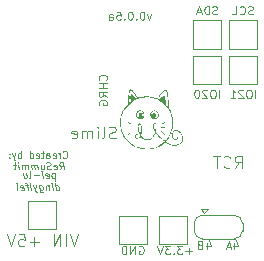
<source format=gbo>
G04 #@! TF.GenerationSoftware,KiCad,Pcbnew,8.0.5-8.0.5-0~ubuntu22.04.1*
G04 #@! TF.CreationDate,2024-10-23T16:58:33-07:00*
G04 #@! TF.ProjectId,uSlime,75536c69-6d65-42e6-9b69-6361645f7063,rev?*
G04 #@! TF.SameCoordinates,Original*
G04 #@! TF.FileFunction,Legend,Bot*
G04 #@! TF.FilePolarity,Positive*
%FSLAX46Y46*%
G04 Gerber Fmt 4.6, Leading zero omitted, Abs format (unit mm)*
G04 Created by KiCad (PCBNEW 8.0.5-8.0.5-0~ubuntu22.04.1) date 2024-10-23 16:58:33*
%MOMM*%
%LPD*%
G01*
G04 APERTURE LIST*
G04 Aperture macros list*
%AMFreePoly0*
4,1,19,0.550000,-0.750000,0.000000,-0.750000,0.000000,-0.744911,-0.071157,-0.744911,-0.207708,-0.704816,-0.327430,-0.627875,-0.420627,-0.520320,-0.479746,-0.390866,-0.500000,-0.250000,-0.500000,0.250000,-0.479746,0.390866,-0.420627,0.520320,-0.327430,0.627875,-0.207708,0.704816,-0.071157,0.744911,0.000000,0.744911,0.000000,0.750000,0.550000,0.750000,0.550000,-0.750000,0.550000,-0.750000,
$1*%
%AMFreePoly1*
4,1,19,0.000000,0.744911,0.071157,0.744911,0.207708,0.704816,0.327430,0.627875,0.420627,0.520320,0.479746,0.390866,0.500000,0.250000,0.500000,-0.250000,0.479746,-0.390866,0.420627,-0.520320,0.327430,-0.627875,0.207708,-0.704816,0.071157,-0.744911,0.000000,-0.744911,0.000000,-0.750000,-0.550000,-0.750000,-0.550000,0.750000,0.000000,0.750000,0.000000,0.744911,0.000000,0.744911,
$1*%
G04 Aperture macros list end*
%ADD10C,0.100000*%
%ADD11C,0.120000*%
%ADD12C,0.000000*%
%ADD13C,1.200000*%
%ADD14C,0.650000*%
%ADD15O,1.000000X2.100000*%
%ADD16O,1.000000X1.800000*%
%ADD17C,3.100000*%
%ADD18C,0.900000*%
%ADD19C,0.800000*%
%ADD20C,1.000000*%
%ADD21R,2.000000X2.000000*%
%ADD22FreePoly0,0.000000*%
%ADD23R,1.000000X1.500000*%
%ADD24FreePoly1,0.000000*%
G04 APERTURE END LIST*
D10*
X107303570Y-105973371D02*
X107228570Y-105373371D01*
X107299999Y-105944800D02*
X107360713Y-105973371D01*
X107360713Y-105973371D02*
X107474999Y-105973371D01*
X107474999Y-105973371D02*
X107528570Y-105944800D01*
X107528570Y-105944800D02*
X107553570Y-105916228D01*
X107553570Y-105916228D02*
X107574999Y-105859085D01*
X107574999Y-105859085D02*
X107553570Y-105687657D01*
X107553570Y-105687657D02*
X107517856Y-105630514D01*
X107517856Y-105630514D02*
X107485713Y-105601942D01*
X107485713Y-105601942D02*
X107424999Y-105573371D01*
X107424999Y-105573371D02*
X107310713Y-105573371D01*
X107310713Y-105573371D02*
X107257141Y-105601942D01*
X107017856Y-105973371D02*
X106967856Y-105573371D01*
X106942856Y-105373371D02*
X106974999Y-105401942D01*
X106974999Y-105401942D02*
X106949999Y-105430514D01*
X106949999Y-105430514D02*
X106917856Y-105401942D01*
X106917856Y-105401942D02*
X106942856Y-105373371D01*
X106942856Y-105373371D02*
X106949999Y-105430514D01*
X106682142Y-105573371D02*
X106732142Y-105973371D01*
X106689285Y-105630514D02*
X106657142Y-105601942D01*
X106657142Y-105601942D02*
X106596428Y-105573371D01*
X106596428Y-105573371D02*
X106510713Y-105573371D01*
X106510713Y-105573371D02*
X106457142Y-105601942D01*
X106457142Y-105601942D02*
X106435713Y-105659085D01*
X106435713Y-105659085D02*
X106474999Y-105973371D01*
X105882142Y-105573371D02*
X105942856Y-106059085D01*
X105942856Y-106059085D02*
X105978571Y-106116228D01*
X105978571Y-106116228D02*
X106010713Y-106144800D01*
X106010713Y-106144800D02*
X106071428Y-106173371D01*
X106071428Y-106173371D02*
X106157142Y-106173371D01*
X106157142Y-106173371D02*
X106210713Y-106144800D01*
X105928571Y-105944800D02*
X105989285Y-105973371D01*
X105989285Y-105973371D02*
X106103571Y-105973371D01*
X106103571Y-105973371D02*
X106157142Y-105944800D01*
X106157142Y-105944800D02*
X106182142Y-105916228D01*
X106182142Y-105916228D02*
X106203571Y-105859085D01*
X106203571Y-105859085D02*
X106182142Y-105687657D01*
X106182142Y-105687657D02*
X106146428Y-105630514D01*
X106146428Y-105630514D02*
X106114285Y-105601942D01*
X106114285Y-105601942D02*
X106053571Y-105573371D01*
X106053571Y-105573371D02*
X105939285Y-105573371D01*
X105939285Y-105573371D02*
X105885713Y-105601942D01*
X105653571Y-105573371D02*
X105560714Y-105973371D01*
X105367856Y-105573371D02*
X105560714Y-105973371D01*
X105560714Y-105973371D02*
X105635714Y-106116228D01*
X105635714Y-106116228D02*
X105667856Y-106144800D01*
X105667856Y-106144800D02*
X105728571Y-106173371D01*
X105189285Y-105973371D02*
X105139285Y-105573371D01*
X105114285Y-105373371D02*
X105146428Y-105401942D01*
X105146428Y-105401942D02*
X105121428Y-105430514D01*
X105121428Y-105430514D02*
X105089285Y-105401942D01*
X105089285Y-105401942D02*
X105114285Y-105373371D01*
X105114285Y-105373371D02*
X105121428Y-105430514D01*
X104939285Y-105573371D02*
X104710714Y-105573371D01*
X104903571Y-105973371D02*
X104839285Y-105459085D01*
X104839285Y-105459085D02*
X104803571Y-105401942D01*
X104803571Y-105401942D02*
X104742857Y-105373371D01*
X104742857Y-105373371D02*
X104685714Y-105373371D01*
X104328571Y-105944800D02*
X104389285Y-105973371D01*
X104389285Y-105973371D02*
X104503571Y-105973371D01*
X104503571Y-105973371D02*
X104557142Y-105944800D01*
X104557142Y-105944800D02*
X104578571Y-105887657D01*
X104578571Y-105887657D02*
X104550000Y-105659085D01*
X104550000Y-105659085D02*
X104514285Y-105601942D01*
X104514285Y-105601942D02*
X104453571Y-105573371D01*
X104453571Y-105573371D02*
X104339285Y-105573371D01*
X104339285Y-105573371D02*
X104285714Y-105601942D01*
X104285714Y-105601942D02*
X104264285Y-105659085D01*
X104264285Y-105659085D02*
X104271428Y-105716228D01*
X104271428Y-105716228D02*
X104564285Y-105773371D01*
X104046428Y-105973371D02*
X103996428Y-105573371D01*
X103971428Y-105373371D02*
X104003571Y-105401942D01*
X104003571Y-105401942D02*
X103978571Y-105430514D01*
X103978571Y-105430514D02*
X103946428Y-105401942D01*
X103946428Y-105401942D02*
X103971428Y-105373371D01*
X103971428Y-105373371D02*
X103978571Y-105430514D01*
X124183333Y-98178133D02*
X124183333Y-97478133D01*
X123716667Y-97478133D02*
X123583333Y-97478133D01*
X123583333Y-97478133D02*
X123516667Y-97511466D01*
X123516667Y-97511466D02*
X123450000Y-97578133D01*
X123450000Y-97578133D02*
X123416667Y-97711466D01*
X123416667Y-97711466D02*
X123416667Y-97944800D01*
X123416667Y-97944800D02*
X123450000Y-98078133D01*
X123450000Y-98078133D02*
X123516667Y-98144800D01*
X123516667Y-98144800D02*
X123583333Y-98178133D01*
X123583333Y-98178133D02*
X123716667Y-98178133D01*
X123716667Y-98178133D02*
X123783333Y-98144800D01*
X123783333Y-98144800D02*
X123850000Y-98078133D01*
X123850000Y-98078133D02*
X123883333Y-97944800D01*
X123883333Y-97944800D02*
X123883333Y-97711466D01*
X123883333Y-97711466D02*
X123850000Y-97578133D01*
X123850000Y-97578133D02*
X123783333Y-97511466D01*
X123783333Y-97511466D02*
X123716667Y-97478133D01*
X123150000Y-97544800D02*
X123116667Y-97511466D01*
X123116667Y-97511466D02*
X123050000Y-97478133D01*
X123050000Y-97478133D02*
X122883334Y-97478133D01*
X122883334Y-97478133D02*
X122816667Y-97511466D01*
X122816667Y-97511466D02*
X122783334Y-97544800D01*
X122783334Y-97544800D02*
X122750000Y-97611466D01*
X122750000Y-97611466D02*
X122750000Y-97678133D01*
X122750000Y-97678133D02*
X122783334Y-97778133D01*
X122783334Y-97778133D02*
X123183334Y-98178133D01*
X123183334Y-98178133D02*
X122750000Y-98178133D01*
X122083333Y-98178133D02*
X122483333Y-98178133D01*
X122283333Y-98178133D02*
X122283333Y-97478133D01*
X122283333Y-97478133D02*
X122350000Y-97578133D01*
X122350000Y-97578133D02*
X122416667Y-97644800D01*
X122416667Y-97644800D02*
X122483333Y-97678133D01*
X109149999Y-109742419D02*
X108816666Y-110742419D01*
X108816666Y-110742419D02*
X108483333Y-109742419D01*
X108149999Y-110742419D02*
X108149999Y-109742419D01*
X107673809Y-110742419D02*
X107673809Y-109742419D01*
X107673809Y-109742419D02*
X107102381Y-110742419D01*
X107102381Y-110742419D02*
X107102381Y-109742419D01*
X105864285Y-110361466D02*
X105102381Y-110361466D01*
X105483333Y-110742419D02*
X105483333Y-109980514D01*
X104150000Y-109742419D02*
X104626190Y-109742419D01*
X104626190Y-109742419D02*
X104673809Y-110218609D01*
X104673809Y-110218609D02*
X104626190Y-110170990D01*
X104626190Y-110170990D02*
X104530952Y-110123371D01*
X104530952Y-110123371D02*
X104292857Y-110123371D01*
X104292857Y-110123371D02*
X104197619Y-110170990D01*
X104197619Y-110170990D02*
X104150000Y-110218609D01*
X104150000Y-110218609D02*
X104102381Y-110313847D01*
X104102381Y-110313847D02*
X104102381Y-110551942D01*
X104102381Y-110551942D02*
X104150000Y-110647180D01*
X104150000Y-110647180D02*
X104197619Y-110694800D01*
X104197619Y-110694800D02*
X104292857Y-110742419D01*
X104292857Y-110742419D02*
X104530952Y-110742419D01*
X104530952Y-110742419D02*
X104626190Y-110694800D01*
X104626190Y-110694800D02*
X104673809Y-110647180D01*
X103816666Y-109742419D02*
X103483333Y-110742419D01*
X103483333Y-110742419D02*
X103150000Y-109742419D01*
X107646428Y-104223371D02*
X107810713Y-103937657D01*
X107989285Y-104223371D02*
X107914285Y-103623371D01*
X107914285Y-103623371D02*
X107685713Y-103623371D01*
X107685713Y-103623371D02*
X107632142Y-103651942D01*
X107632142Y-103651942D02*
X107607142Y-103680514D01*
X107607142Y-103680514D02*
X107585713Y-103737657D01*
X107585713Y-103737657D02*
X107596428Y-103823371D01*
X107596428Y-103823371D02*
X107632142Y-103880514D01*
X107632142Y-103880514D02*
X107664285Y-103909085D01*
X107664285Y-103909085D02*
X107724999Y-103937657D01*
X107724999Y-103937657D02*
X107953571Y-103937657D01*
X107157142Y-104194800D02*
X107217856Y-104223371D01*
X107217856Y-104223371D02*
X107332142Y-104223371D01*
X107332142Y-104223371D02*
X107385713Y-104194800D01*
X107385713Y-104194800D02*
X107407142Y-104137657D01*
X107407142Y-104137657D02*
X107378571Y-103909085D01*
X107378571Y-103909085D02*
X107342856Y-103851942D01*
X107342856Y-103851942D02*
X107282142Y-103823371D01*
X107282142Y-103823371D02*
X107167856Y-103823371D01*
X107167856Y-103823371D02*
X107114285Y-103851942D01*
X107114285Y-103851942D02*
X107092856Y-103909085D01*
X107092856Y-103909085D02*
X107099999Y-103966228D01*
X107099999Y-103966228D02*
X107392856Y-104023371D01*
X106899999Y-104194800D02*
X106817856Y-104223371D01*
X106817856Y-104223371D02*
X106674999Y-104223371D01*
X106674999Y-104223371D02*
X106614285Y-104194800D01*
X106614285Y-104194800D02*
X106582142Y-104166228D01*
X106582142Y-104166228D02*
X106546427Y-104109085D01*
X106546427Y-104109085D02*
X106539285Y-104051942D01*
X106539285Y-104051942D02*
X106560713Y-103994800D01*
X106560713Y-103994800D02*
X106585713Y-103966228D01*
X106585713Y-103966228D02*
X106639285Y-103937657D01*
X106639285Y-103937657D02*
X106749999Y-103909085D01*
X106749999Y-103909085D02*
X106803570Y-103880514D01*
X106803570Y-103880514D02*
X106828570Y-103851942D01*
X106828570Y-103851942D02*
X106849999Y-103794800D01*
X106849999Y-103794800D02*
X106842856Y-103737657D01*
X106842856Y-103737657D02*
X106807142Y-103680514D01*
X106807142Y-103680514D02*
X106774999Y-103651942D01*
X106774999Y-103651942D02*
X106714285Y-103623371D01*
X106714285Y-103623371D02*
X106571427Y-103623371D01*
X106571427Y-103623371D02*
X106489285Y-103651942D01*
X105996427Y-103823371D02*
X106046427Y-104223371D01*
X106253570Y-103823371D02*
X106292856Y-104137657D01*
X106292856Y-104137657D02*
X106271427Y-104194800D01*
X106271427Y-104194800D02*
X106217856Y-104223371D01*
X106217856Y-104223371D02*
X106132141Y-104223371D01*
X106132141Y-104223371D02*
X106071427Y-104194800D01*
X106071427Y-104194800D02*
X106039284Y-104166228D01*
X105760713Y-104223371D02*
X105710713Y-103823371D01*
X105717856Y-103880514D02*
X105685713Y-103851942D01*
X105685713Y-103851942D02*
X105624999Y-103823371D01*
X105624999Y-103823371D02*
X105539284Y-103823371D01*
X105539284Y-103823371D02*
X105485713Y-103851942D01*
X105485713Y-103851942D02*
X105464284Y-103909085D01*
X105464284Y-103909085D02*
X105503570Y-104223371D01*
X105464284Y-103909085D02*
X105428570Y-103851942D01*
X105428570Y-103851942D02*
X105367856Y-103823371D01*
X105367856Y-103823371D02*
X105282141Y-103823371D01*
X105282141Y-103823371D02*
X105228570Y-103851942D01*
X105228570Y-103851942D02*
X105207141Y-103909085D01*
X105207141Y-103909085D02*
X105246427Y-104223371D01*
X104960713Y-104223371D02*
X104910713Y-103823371D01*
X104917856Y-103880514D02*
X104885713Y-103851942D01*
X104885713Y-103851942D02*
X104824999Y-103823371D01*
X104824999Y-103823371D02*
X104739284Y-103823371D01*
X104739284Y-103823371D02*
X104685713Y-103851942D01*
X104685713Y-103851942D02*
X104664284Y-103909085D01*
X104664284Y-103909085D02*
X104703570Y-104223371D01*
X104664284Y-103909085D02*
X104628570Y-103851942D01*
X104628570Y-103851942D02*
X104567856Y-103823371D01*
X104567856Y-103823371D02*
X104482141Y-103823371D01*
X104482141Y-103823371D02*
X104428570Y-103851942D01*
X104428570Y-103851942D02*
X104407141Y-103909085D01*
X104407141Y-103909085D02*
X104446427Y-104223371D01*
X104160713Y-104223371D02*
X104110713Y-103823371D01*
X104085713Y-103623371D02*
X104117856Y-103651942D01*
X104117856Y-103651942D02*
X104092856Y-103680514D01*
X104092856Y-103680514D02*
X104060713Y-103651942D01*
X104060713Y-103651942D02*
X104085713Y-103623371D01*
X104085713Y-103623371D02*
X104092856Y-103680514D01*
X103910713Y-103823371D02*
X103682142Y-103823371D01*
X103799999Y-103623371D02*
X103864285Y-104137657D01*
X103864285Y-104137657D02*
X103842856Y-104194800D01*
X103842856Y-104194800D02*
X103789285Y-104223371D01*
X103789285Y-104223371D02*
X103732142Y-104223371D01*
X123983333Y-91075800D02*
X123883333Y-91109133D01*
X123883333Y-91109133D02*
X123716667Y-91109133D01*
X123716667Y-91109133D02*
X123650000Y-91075800D01*
X123650000Y-91075800D02*
X123616667Y-91042466D01*
X123616667Y-91042466D02*
X123583333Y-90975800D01*
X123583333Y-90975800D02*
X123583333Y-90909133D01*
X123583333Y-90909133D02*
X123616667Y-90842466D01*
X123616667Y-90842466D02*
X123650000Y-90809133D01*
X123650000Y-90809133D02*
X123716667Y-90775800D01*
X123716667Y-90775800D02*
X123850000Y-90742466D01*
X123850000Y-90742466D02*
X123916667Y-90709133D01*
X123916667Y-90709133D02*
X123950000Y-90675800D01*
X123950000Y-90675800D02*
X123983333Y-90609133D01*
X123983333Y-90609133D02*
X123983333Y-90542466D01*
X123983333Y-90542466D02*
X123950000Y-90475800D01*
X123950000Y-90475800D02*
X123916667Y-90442466D01*
X123916667Y-90442466D02*
X123850000Y-90409133D01*
X123850000Y-90409133D02*
X123683333Y-90409133D01*
X123683333Y-90409133D02*
X123583333Y-90442466D01*
X122883333Y-91042466D02*
X122916666Y-91075800D01*
X122916666Y-91075800D02*
X123016666Y-91109133D01*
X123016666Y-91109133D02*
X123083333Y-91109133D01*
X123083333Y-91109133D02*
X123183333Y-91075800D01*
X123183333Y-91075800D02*
X123250000Y-91009133D01*
X123250000Y-91009133D02*
X123283333Y-90942466D01*
X123283333Y-90942466D02*
X123316666Y-90809133D01*
X123316666Y-90809133D02*
X123316666Y-90709133D01*
X123316666Y-90709133D02*
X123283333Y-90575800D01*
X123283333Y-90575800D02*
X123250000Y-90509133D01*
X123250000Y-90509133D02*
X123183333Y-90442466D01*
X123183333Y-90442466D02*
X123083333Y-90409133D01*
X123083333Y-90409133D02*
X123016666Y-90409133D01*
X123016666Y-90409133D02*
X122916666Y-90442466D01*
X122916666Y-90442466D02*
X122883333Y-90475800D01*
X122250000Y-91109133D02*
X122583333Y-91109133D01*
X122583333Y-91109133D02*
X122583333Y-90409133D01*
X107899999Y-103214228D02*
X107928571Y-103242800D01*
X107928571Y-103242800D02*
X108014285Y-103271371D01*
X108014285Y-103271371D02*
X108071428Y-103271371D01*
X108071428Y-103271371D02*
X108157142Y-103242800D01*
X108157142Y-103242800D02*
X108214285Y-103185657D01*
X108214285Y-103185657D02*
X108242856Y-103128514D01*
X108242856Y-103128514D02*
X108271428Y-103014228D01*
X108271428Y-103014228D02*
X108271428Y-102928514D01*
X108271428Y-102928514D02*
X108242856Y-102814228D01*
X108242856Y-102814228D02*
X108214285Y-102757085D01*
X108214285Y-102757085D02*
X108157142Y-102699942D01*
X108157142Y-102699942D02*
X108071428Y-102671371D01*
X108071428Y-102671371D02*
X108014285Y-102671371D01*
X108014285Y-102671371D02*
X107928571Y-102699942D01*
X107928571Y-102699942D02*
X107899999Y-102728514D01*
X107642856Y-103271371D02*
X107642856Y-102871371D01*
X107642856Y-102985657D02*
X107614285Y-102928514D01*
X107614285Y-102928514D02*
X107585714Y-102899942D01*
X107585714Y-102899942D02*
X107528571Y-102871371D01*
X107528571Y-102871371D02*
X107471428Y-102871371D01*
X107042856Y-103242800D02*
X107099999Y-103271371D01*
X107099999Y-103271371D02*
X107214285Y-103271371D01*
X107214285Y-103271371D02*
X107271427Y-103242800D01*
X107271427Y-103242800D02*
X107299999Y-103185657D01*
X107299999Y-103185657D02*
X107299999Y-102957085D01*
X107299999Y-102957085D02*
X107271427Y-102899942D01*
X107271427Y-102899942D02*
X107214285Y-102871371D01*
X107214285Y-102871371D02*
X107099999Y-102871371D01*
X107099999Y-102871371D02*
X107042856Y-102899942D01*
X107042856Y-102899942D02*
X107014285Y-102957085D01*
X107014285Y-102957085D02*
X107014285Y-103014228D01*
X107014285Y-103014228D02*
X107299999Y-103071371D01*
X106499999Y-103271371D02*
X106499999Y-102957085D01*
X106499999Y-102957085D02*
X106528570Y-102899942D01*
X106528570Y-102899942D02*
X106585713Y-102871371D01*
X106585713Y-102871371D02*
X106699999Y-102871371D01*
X106699999Y-102871371D02*
X106757141Y-102899942D01*
X106499999Y-103242800D02*
X106557141Y-103271371D01*
X106557141Y-103271371D02*
X106699999Y-103271371D01*
X106699999Y-103271371D02*
X106757141Y-103242800D01*
X106757141Y-103242800D02*
X106785713Y-103185657D01*
X106785713Y-103185657D02*
X106785713Y-103128514D01*
X106785713Y-103128514D02*
X106757141Y-103071371D01*
X106757141Y-103071371D02*
X106699999Y-103042800D01*
X106699999Y-103042800D02*
X106557141Y-103042800D01*
X106557141Y-103042800D02*
X106499999Y-103014228D01*
X106299999Y-102871371D02*
X106071427Y-102871371D01*
X106214284Y-102671371D02*
X106214284Y-103185657D01*
X106214284Y-103185657D02*
X106185713Y-103242800D01*
X106185713Y-103242800D02*
X106128570Y-103271371D01*
X106128570Y-103271371D02*
X106071427Y-103271371D01*
X105642856Y-103242800D02*
X105699999Y-103271371D01*
X105699999Y-103271371D02*
X105814285Y-103271371D01*
X105814285Y-103271371D02*
X105871427Y-103242800D01*
X105871427Y-103242800D02*
X105899999Y-103185657D01*
X105899999Y-103185657D02*
X105899999Y-102957085D01*
X105899999Y-102957085D02*
X105871427Y-102899942D01*
X105871427Y-102899942D02*
X105814285Y-102871371D01*
X105814285Y-102871371D02*
X105699999Y-102871371D01*
X105699999Y-102871371D02*
X105642856Y-102899942D01*
X105642856Y-102899942D02*
X105614285Y-102957085D01*
X105614285Y-102957085D02*
X105614285Y-103014228D01*
X105614285Y-103014228D02*
X105899999Y-103071371D01*
X105099999Y-103271371D02*
X105099999Y-102671371D01*
X105099999Y-103242800D02*
X105157141Y-103271371D01*
X105157141Y-103271371D02*
X105271427Y-103271371D01*
X105271427Y-103271371D02*
X105328570Y-103242800D01*
X105328570Y-103242800D02*
X105357141Y-103214228D01*
X105357141Y-103214228D02*
X105385713Y-103157085D01*
X105385713Y-103157085D02*
X105385713Y-102985657D01*
X105385713Y-102985657D02*
X105357141Y-102928514D01*
X105357141Y-102928514D02*
X105328570Y-102899942D01*
X105328570Y-102899942D02*
X105271427Y-102871371D01*
X105271427Y-102871371D02*
X105157141Y-102871371D01*
X105157141Y-102871371D02*
X105099999Y-102899942D01*
X104357141Y-103271371D02*
X104357141Y-102671371D01*
X104357141Y-102899942D02*
X104299999Y-102871371D01*
X104299999Y-102871371D02*
X104185713Y-102871371D01*
X104185713Y-102871371D02*
X104128570Y-102899942D01*
X104128570Y-102899942D02*
X104099999Y-102928514D01*
X104099999Y-102928514D02*
X104071427Y-102985657D01*
X104071427Y-102985657D02*
X104071427Y-103157085D01*
X104071427Y-103157085D02*
X104099999Y-103214228D01*
X104099999Y-103214228D02*
X104128570Y-103242800D01*
X104128570Y-103242800D02*
X104185713Y-103271371D01*
X104185713Y-103271371D02*
X104299999Y-103271371D01*
X104299999Y-103271371D02*
X104357141Y-103242800D01*
X103871427Y-102871371D02*
X103728570Y-103271371D01*
X103585713Y-102871371D02*
X103728570Y-103271371D01*
X103728570Y-103271371D02*
X103785713Y-103414228D01*
X103785713Y-103414228D02*
X103814284Y-103442800D01*
X103814284Y-103442800D02*
X103871427Y-103471371D01*
X103357141Y-103214228D02*
X103328570Y-103242800D01*
X103328570Y-103242800D02*
X103357141Y-103271371D01*
X103357141Y-103271371D02*
X103385713Y-103242800D01*
X103385713Y-103242800D02*
X103357141Y-103214228D01*
X103357141Y-103214228D02*
X103357141Y-103271371D01*
X103357141Y-102899942D02*
X103328570Y-102928514D01*
X103328570Y-102928514D02*
X103357141Y-102957085D01*
X103357141Y-102957085D02*
X103385713Y-102928514D01*
X103385713Y-102928514D02*
X103357141Y-102899942D01*
X103357141Y-102899942D02*
X103357141Y-102957085D01*
X118800000Y-111142466D02*
X118266667Y-111142466D01*
X118533333Y-111409133D02*
X118533333Y-110875800D01*
X118000000Y-110709133D02*
X117566666Y-110709133D01*
X117566666Y-110709133D02*
X117800000Y-110975800D01*
X117800000Y-110975800D02*
X117700000Y-110975800D01*
X117700000Y-110975800D02*
X117633333Y-111009133D01*
X117633333Y-111009133D02*
X117600000Y-111042466D01*
X117600000Y-111042466D02*
X117566666Y-111109133D01*
X117566666Y-111109133D02*
X117566666Y-111275800D01*
X117566666Y-111275800D02*
X117600000Y-111342466D01*
X117600000Y-111342466D02*
X117633333Y-111375800D01*
X117633333Y-111375800D02*
X117700000Y-111409133D01*
X117700000Y-111409133D02*
X117900000Y-111409133D01*
X117900000Y-111409133D02*
X117966666Y-111375800D01*
X117966666Y-111375800D02*
X118000000Y-111342466D01*
X117266666Y-111342466D02*
X117233333Y-111375800D01*
X117233333Y-111375800D02*
X117266666Y-111409133D01*
X117266666Y-111409133D02*
X117299999Y-111375800D01*
X117299999Y-111375800D02*
X117266666Y-111342466D01*
X117266666Y-111342466D02*
X117266666Y-111409133D01*
X117000000Y-110709133D02*
X116566666Y-110709133D01*
X116566666Y-110709133D02*
X116800000Y-110975800D01*
X116800000Y-110975800D02*
X116700000Y-110975800D01*
X116700000Y-110975800D02*
X116633333Y-111009133D01*
X116633333Y-111009133D02*
X116600000Y-111042466D01*
X116600000Y-111042466D02*
X116566666Y-111109133D01*
X116566666Y-111109133D02*
X116566666Y-111275800D01*
X116566666Y-111275800D02*
X116600000Y-111342466D01*
X116600000Y-111342466D02*
X116633333Y-111375800D01*
X116633333Y-111375800D02*
X116700000Y-111409133D01*
X116700000Y-111409133D02*
X116900000Y-111409133D01*
X116900000Y-111409133D02*
X116966666Y-111375800D01*
X116966666Y-111375800D02*
X117000000Y-111342466D01*
X116366666Y-110709133D02*
X116133333Y-111409133D01*
X116133333Y-111409133D02*
X115899999Y-110709133D01*
X122447619Y-104107419D02*
X122780952Y-103631228D01*
X123019047Y-104107419D02*
X123019047Y-103107419D01*
X123019047Y-103107419D02*
X122638095Y-103107419D01*
X122638095Y-103107419D02*
X122542857Y-103155038D01*
X122542857Y-103155038D02*
X122495238Y-103202657D01*
X122495238Y-103202657D02*
X122447619Y-103297895D01*
X122447619Y-103297895D02*
X122447619Y-103440752D01*
X122447619Y-103440752D02*
X122495238Y-103535990D01*
X122495238Y-103535990D02*
X122542857Y-103583609D01*
X122542857Y-103583609D02*
X122638095Y-103631228D01*
X122638095Y-103631228D02*
X123019047Y-103631228D01*
X122066666Y-104059800D02*
X121923809Y-104107419D01*
X121923809Y-104107419D02*
X121685714Y-104107419D01*
X121685714Y-104107419D02*
X121590476Y-104059800D01*
X121590476Y-104059800D02*
X121542857Y-104012180D01*
X121542857Y-104012180D02*
X121495238Y-103916942D01*
X121495238Y-103916942D02*
X121495238Y-103821704D01*
X121495238Y-103821704D02*
X121542857Y-103726466D01*
X121542857Y-103726466D02*
X121590476Y-103678847D01*
X121590476Y-103678847D02*
X121685714Y-103631228D01*
X121685714Y-103631228D02*
X121876190Y-103583609D01*
X121876190Y-103583609D02*
X121971428Y-103535990D01*
X121971428Y-103535990D02*
X122019047Y-103488371D01*
X122019047Y-103488371D02*
X122066666Y-103393133D01*
X122066666Y-103393133D02*
X122066666Y-103297895D01*
X122066666Y-103297895D02*
X122019047Y-103202657D01*
X122019047Y-103202657D02*
X121971428Y-103155038D01*
X121971428Y-103155038D02*
X121876190Y-103107419D01*
X121876190Y-103107419D02*
X121638095Y-103107419D01*
X121638095Y-103107419D02*
X121495238Y-103155038D01*
X121209523Y-103107419D02*
X120638095Y-103107419D01*
X120923809Y-104107419D02*
X120923809Y-103107419D01*
X114333332Y-110742466D02*
X114399999Y-110709133D01*
X114399999Y-110709133D02*
X114499999Y-110709133D01*
X114499999Y-110709133D02*
X114599999Y-110742466D01*
X114599999Y-110742466D02*
X114666666Y-110809133D01*
X114666666Y-110809133D02*
X114699999Y-110875800D01*
X114699999Y-110875800D02*
X114733332Y-111009133D01*
X114733332Y-111009133D02*
X114733332Y-111109133D01*
X114733332Y-111109133D02*
X114699999Y-111242466D01*
X114699999Y-111242466D02*
X114666666Y-111309133D01*
X114666666Y-111309133D02*
X114599999Y-111375800D01*
X114599999Y-111375800D02*
X114499999Y-111409133D01*
X114499999Y-111409133D02*
X114433332Y-111409133D01*
X114433332Y-111409133D02*
X114333332Y-111375800D01*
X114333332Y-111375800D02*
X114299999Y-111342466D01*
X114299999Y-111342466D02*
X114299999Y-111109133D01*
X114299999Y-111109133D02*
X114433332Y-111109133D01*
X113999999Y-111409133D02*
X113999999Y-110709133D01*
X113999999Y-110709133D02*
X113599999Y-111409133D01*
X113599999Y-111409133D02*
X113599999Y-110709133D01*
X113266666Y-111409133D02*
X113266666Y-110709133D01*
X113266666Y-110709133D02*
X113099999Y-110709133D01*
X113099999Y-110709133D02*
X112999999Y-110742466D01*
X112999999Y-110742466D02*
X112933333Y-110809133D01*
X112933333Y-110809133D02*
X112899999Y-110875800D01*
X112899999Y-110875800D02*
X112866666Y-111009133D01*
X112866666Y-111009133D02*
X112866666Y-111109133D01*
X112866666Y-111109133D02*
X112899999Y-111242466D01*
X112899999Y-111242466D02*
X112933333Y-111309133D01*
X112933333Y-111309133D02*
X112999999Y-111375800D01*
X112999999Y-111375800D02*
X113099999Y-111409133D01*
X113099999Y-111409133D02*
X113266666Y-111409133D01*
X122416666Y-110501966D02*
X122416666Y-110968633D01*
X122583333Y-110235300D02*
X122749999Y-110735300D01*
X122749999Y-110735300D02*
X122316666Y-110735300D01*
X122083332Y-110768633D02*
X121749999Y-110768633D01*
X122149999Y-110968633D02*
X121916666Y-110268633D01*
X121916666Y-110268633D02*
X121683332Y-110968633D01*
X111551966Y-96650000D02*
X111585300Y-96616667D01*
X111585300Y-96616667D02*
X111618633Y-96516667D01*
X111618633Y-96516667D02*
X111618633Y-96450000D01*
X111618633Y-96450000D02*
X111585300Y-96350000D01*
X111585300Y-96350000D02*
X111518633Y-96283334D01*
X111518633Y-96283334D02*
X111451966Y-96250000D01*
X111451966Y-96250000D02*
X111318633Y-96216667D01*
X111318633Y-96216667D02*
X111218633Y-96216667D01*
X111218633Y-96216667D02*
X111085300Y-96250000D01*
X111085300Y-96250000D02*
X111018633Y-96283334D01*
X111018633Y-96283334D02*
X110951966Y-96350000D01*
X110951966Y-96350000D02*
X110918633Y-96450000D01*
X110918633Y-96450000D02*
X110918633Y-96516667D01*
X110918633Y-96516667D02*
X110951966Y-96616667D01*
X110951966Y-96616667D02*
X110985300Y-96650000D01*
X111618633Y-96950000D02*
X110918633Y-96950000D01*
X111251966Y-96950000D02*
X111251966Y-97350000D01*
X111618633Y-97350000D02*
X110918633Y-97350000D01*
X111618633Y-98083333D02*
X111285300Y-97850000D01*
X111618633Y-97683333D02*
X110918633Y-97683333D01*
X110918633Y-97683333D02*
X110918633Y-97950000D01*
X110918633Y-97950000D02*
X110951966Y-98016667D01*
X110951966Y-98016667D02*
X110985300Y-98050000D01*
X110985300Y-98050000D02*
X111051966Y-98083333D01*
X111051966Y-98083333D02*
X111151966Y-98083333D01*
X111151966Y-98083333D02*
X111218633Y-98050000D01*
X111218633Y-98050000D02*
X111251966Y-98016667D01*
X111251966Y-98016667D02*
X111285300Y-97950000D01*
X111285300Y-97950000D02*
X111285300Y-97683333D01*
X110951966Y-98750000D02*
X110918633Y-98683333D01*
X110918633Y-98683333D02*
X110918633Y-98583333D01*
X110918633Y-98583333D02*
X110951966Y-98483333D01*
X110951966Y-98483333D02*
X111018633Y-98416667D01*
X111018633Y-98416667D02*
X111085300Y-98383333D01*
X111085300Y-98383333D02*
X111218633Y-98350000D01*
X111218633Y-98350000D02*
X111318633Y-98350000D01*
X111318633Y-98350000D02*
X111451966Y-98383333D01*
X111451966Y-98383333D02*
X111518633Y-98416667D01*
X111518633Y-98416667D02*
X111585300Y-98483333D01*
X111585300Y-98483333D02*
X111618633Y-98583333D01*
X111618633Y-98583333D02*
X111618633Y-98650000D01*
X111618633Y-98650000D02*
X111585300Y-98750000D01*
X111585300Y-98750000D02*
X111551966Y-98783333D01*
X111551966Y-98783333D02*
X111318633Y-98783333D01*
X111318633Y-98783333D02*
X111318633Y-98650000D01*
X115366666Y-91101966D02*
X115199999Y-91568633D01*
X115199999Y-91568633D02*
X115033332Y-91101966D01*
X114633333Y-90868633D02*
X114566666Y-90868633D01*
X114566666Y-90868633D02*
X114499999Y-90901966D01*
X114499999Y-90901966D02*
X114466666Y-90935300D01*
X114466666Y-90935300D02*
X114433333Y-91001966D01*
X114433333Y-91001966D02*
X114399999Y-91135300D01*
X114399999Y-91135300D02*
X114399999Y-91301966D01*
X114399999Y-91301966D02*
X114433333Y-91435300D01*
X114433333Y-91435300D02*
X114466666Y-91501966D01*
X114466666Y-91501966D02*
X114499999Y-91535300D01*
X114499999Y-91535300D02*
X114566666Y-91568633D01*
X114566666Y-91568633D02*
X114633333Y-91568633D01*
X114633333Y-91568633D02*
X114699999Y-91535300D01*
X114699999Y-91535300D02*
X114733333Y-91501966D01*
X114733333Y-91501966D02*
X114766666Y-91435300D01*
X114766666Y-91435300D02*
X114799999Y-91301966D01*
X114799999Y-91301966D02*
X114799999Y-91135300D01*
X114799999Y-91135300D02*
X114766666Y-91001966D01*
X114766666Y-91001966D02*
X114733333Y-90935300D01*
X114733333Y-90935300D02*
X114699999Y-90901966D01*
X114699999Y-90901966D02*
X114633333Y-90868633D01*
X114099999Y-91501966D02*
X114066666Y-91535300D01*
X114066666Y-91535300D02*
X114099999Y-91568633D01*
X114099999Y-91568633D02*
X114133332Y-91535300D01*
X114133332Y-91535300D02*
X114099999Y-91501966D01*
X114099999Y-91501966D02*
X114099999Y-91568633D01*
X113633333Y-90868633D02*
X113566666Y-90868633D01*
X113566666Y-90868633D02*
X113499999Y-90901966D01*
X113499999Y-90901966D02*
X113466666Y-90935300D01*
X113466666Y-90935300D02*
X113433333Y-91001966D01*
X113433333Y-91001966D02*
X113399999Y-91135300D01*
X113399999Y-91135300D02*
X113399999Y-91301966D01*
X113399999Y-91301966D02*
X113433333Y-91435300D01*
X113433333Y-91435300D02*
X113466666Y-91501966D01*
X113466666Y-91501966D02*
X113499999Y-91535300D01*
X113499999Y-91535300D02*
X113566666Y-91568633D01*
X113566666Y-91568633D02*
X113633333Y-91568633D01*
X113633333Y-91568633D02*
X113699999Y-91535300D01*
X113699999Y-91535300D02*
X113733333Y-91501966D01*
X113733333Y-91501966D02*
X113766666Y-91435300D01*
X113766666Y-91435300D02*
X113799999Y-91301966D01*
X113799999Y-91301966D02*
X113799999Y-91135300D01*
X113799999Y-91135300D02*
X113766666Y-91001966D01*
X113766666Y-91001966D02*
X113733333Y-90935300D01*
X113733333Y-90935300D02*
X113699999Y-90901966D01*
X113699999Y-90901966D02*
X113633333Y-90868633D01*
X113099999Y-91501966D02*
X113066666Y-91535300D01*
X113066666Y-91535300D02*
X113099999Y-91568633D01*
X113099999Y-91568633D02*
X113133332Y-91535300D01*
X113133332Y-91535300D02*
X113099999Y-91501966D01*
X113099999Y-91501966D02*
X113099999Y-91568633D01*
X112433333Y-90868633D02*
X112766666Y-90868633D01*
X112766666Y-90868633D02*
X112799999Y-91201966D01*
X112799999Y-91201966D02*
X112766666Y-91168633D01*
X112766666Y-91168633D02*
X112699999Y-91135300D01*
X112699999Y-91135300D02*
X112533333Y-91135300D01*
X112533333Y-91135300D02*
X112466666Y-91168633D01*
X112466666Y-91168633D02*
X112433333Y-91201966D01*
X112433333Y-91201966D02*
X112399999Y-91268633D01*
X112399999Y-91268633D02*
X112399999Y-91435300D01*
X112399999Y-91435300D02*
X112433333Y-91501966D01*
X112433333Y-91501966D02*
X112466666Y-91535300D01*
X112466666Y-91535300D02*
X112533333Y-91568633D01*
X112533333Y-91568633D02*
X112699999Y-91568633D01*
X112699999Y-91568633D02*
X112766666Y-91535300D01*
X112766666Y-91535300D02*
X112799999Y-91501966D01*
X111799999Y-91568633D02*
X111799999Y-91201966D01*
X111799999Y-91201966D02*
X111833332Y-91135300D01*
X111833332Y-91135300D02*
X111899999Y-91101966D01*
X111899999Y-91101966D02*
X112033332Y-91101966D01*
X112033332Y-91101966D02*
X112099999Y-91135300D01*
X111799999Y-91535300D02*
X111866666Y-91568633D01*
X111866666Y-91568633D02*
X112033332Y-91568633D01*
X112033332Y-91568633D02*
X112099999Y-91535300D01*
X112099999Y-91535300D02*
X112133332Y-91468633D01*
X112133332Y-91468633D02*
X112133332Y-91401966D01*
X112133332Y-91401966D02*
X112099999Y-91335300D01*
X112099999Y-91335300D02*
X112033332Y-91301966D01*
X112033332Y-91301966D02*
X111866666Y-91301966D01*
X111866666Y-91301966D02*
X111799999Y-91268633D01*
X120949999Y-91075800D02*
X120849999Y-91109133D01*
X120849999Y-91109133D02*
X120683333Y-91109133D01*
X120683333Y-91109133D02*
X120616666Y-91075800D01*
X120616666Y-91075800D02*
X120583333Y-91042466D01*
X120583333Y-91042466D02*
X120549999Y-90975800D01*
X120549999Y-90975800D02*
X120549999Y-90909133D01*
X120549999Y-90909133D02*
X120583333Y-90842466D01*
X120583333Y-90842466D02*
X120616666Y-90809133D01*
X120616666Y-90809133D02*
X120683333Y-90775800D01*
X120683333Y-90775800D02*
X120816666Y-90742466D01*
X120816666Y-90742466D02*
X120883333Y-90709133D01*
X120883333Y-90709133D02*
X120916666Y-90675800D01*
X120916666Y-90675800D02*
X120949999Y-90609133D01*
X120949999Y-90609133D02*
X120949999Y-90542466D01*
X120949999Y-90542466D02*
X120916666Y-90475800D01*
X120916666Y-90475800D02*
X120883333Y-90442466D01*
X120883333Y-90442466D02*
X120816666Y-90409133D01*
X120816666Y-90409133D02*
X120649999Y-90409133D01*
X120649999Y-90409133D02*
X120549999Y-90442466D01*
X120249999Y-91109133D02*
X120249999Y-90409133D01*
X120249999Y-90409133D02*
X120083332Y-90409133D01*
X120083332Y-90409133D02*
X119983332Y-90442466D01*
X119983332Y-90442466D02*
X119916666Y-90509133D01*
X119916666Y-90509133D02*
X119883332Y-90575800D01*
X119883332Y-90575800D02*
X119849999Y-90709133D01*
X119849999Y-90709133D02*
X119849999Y-90809133D01*
X119849999Y-90809133D02*
X119883332Y-90942466D01*
X119883332Y-90942466D02*
X119916666Y-91009133D01*
X119916666Y-91009133D02*
X119983332Y-91075800D01*
X119983332Y-91075800D02*
X120083332Y-91109133D01*
X120083332Y-91109133D02*
X120249999Y-91109133D01*
X119583332Y-90909133D02*
X119249999Y-90909133D01*
X119649999Y-91109133D02*
X119416666Y-90409133D01*
X119416666Y-90409133D02*
X119183332Y-91109133D01*
X120066666Y-110501966D02*
X120066666Y-110968633D01*
X120233333Y-110235300D02*
X120399999Y-110735300D01*
X120399999Y-110735300D02*
X119966666Y-110735300D01*
X119466666Y-110601966D02*
X119366666Y-110635300D01*
X119366666Y-110635300D02*
X119333332Y-110668633D01*
X119333332Y-110668633D02*
X119299999Y-110735300D01*
X119299999Y-110735300D02*
X119299999Y-110835300D01*
X119299999Y-110835300D02*
X119333332Y-110901966D01*
X119333332Y-110901966D02*
X119366666Y-110935300D01*
X119366666Y-110935300D02*
X119433332Y-110968633D01*
X119433332Y-110968633D02*
X119699999Y-110968633D01*
X119699999Y-110968633D02*
X119699999Y-110268633D01*
X119699999Y-110268633D02*
X119466666Y-110268633D01*
X119466666Y-110268633D02*
X119399999Y-110301966D01*
X119399999Y-110301966D02*
X119366666Y-110335300D01*
X119366666Y-110335300D02*
X119333332Y-110401966D01*
X119333332Y-110401966D02*
X119333332Y-110468633D01*
X119333332Y-110468633D02*
X119366666Y-110535300D01*
X119366666Y-110535300D02*
X119399999Y-110568633D01*
X119399999Y-110568633D02*
X119466666Y-110601966D01*
X119466666Y-110601966D02*
X119699999Y-110601966D01*
X107182142Y-104573371D02*
X107257142Y-105173371D01*
X107185713Y-104601942D02*
X107124999Y-104573371D01*
X107124999Y-104573371D02*
X107010713Y-104573371D01*
X107010713Y-104573371D02*
X106957142Y-104601942D01*
X106957142Y-104601942D02*
X106932142Y-104630514D01*
X106932142Y-104630514D02*
X106910713Y-104687657D01*
X106910713Y-104687657D02*
X106932142Y-104859085D01*
X106932142Y-104859085D02*
X106967856Y-104916228D01*
X106967856Y-104916228D02*
X106999999Y-104944800D01*
X106999999Y-104944800D02*
X107060713Y-104973371D01*
X107060713Y-104973371D02*
X107174999Y-104973371D01*
X107174999Y-104973371D02*
X107228570Y-104944800D01*
X106457142Y-104944800D02*
X106517856Y-104973371D01*
X106517856Y-104973371D02*
X106632142Y-104973371D01*
X106632142Y-104973371D02*
X106685713Y-104944800D01*
X106685713Y-104944800D02*
X106707142Y-104887657D01*
X106707142Y-104887657D02*
X106678571Y-104659085D01*
X106678571Y-104659085D02*
X106642856Y-104601942D01*
X106642856Y-104601942D02*
X106582142Y-104573371D01*
X106582142Y-104573371D02*
X106467856Y-104573371D01*
X106467856Y-104573371D02*
X106414285Y-104601942D01*
X106414285Y-104601942D02*
X106392856Y-104659085D01*
X106392856Y-104659085D02*
X106399999Y-104716228D01*
X106399999Y-104716228D02*
X106692856Y-104773371D01*
X106174999Y-104973371D02*
X106124999Y-104573371D01*
X106099999Y-104373371D02*
X106132142Y-104401942D01*
X106132142Y-104401942D02*
X106107142Y-104430514D01*
X106107142Y-104430514D02*
X106074999Y-104401942D01*
X106074999Y-104401942D02*
X106099999Y-104373371D01*
X106099999Y-104373371D02*
X106107142Y-104430514D01*
X105860713Y-104744800D02*
X105403571Y-104744800D01*
X105060714Y-104973371D02*
X105114285Y-104944800D01*
X105114285Y-104944800D02*
X105135714Y-104887657D01*
X105135714Y-104887657D02*
X105071428Y-104373371D01*
X104524999Y-104573371D02*
X104574999Y-104973371D01*
X104782142Y-104573371D02*
X104821428Y-104887657D01*
X104821428Y-104887657D02*
X104799999Y-104944800D01*
X104799999Y-104944800D02*
X104746428Y-104973371D01*
X104746428Y-104973371D02*
X104660713Y-104973371D01*
X104660713Y-104973371D02*
X104599999Y-104944800D01*
X104599999Y-104944800D02*
X104567856Y-104916228D01*
X121133333Y-98178133D02*
X121133333Y-97478133D01*
X120666667Y-97478133D02*
X120533333Y-97478133D01*
X120533333Y-97478133D02*
X120466667Y-97511466D01*
X120466667Y-97511466D02*
X120400000Y-97578133D01*
X120400000Y-97578133D02*
X120366667Y-97711466D01*
X120366667Y-97711466D02*
X120366667Y-97944800D01*
X120366667Y-97944800D02*
X120400000Y-98078133D01*
X120400000Y-98078133D02*
X120466667Y-98144800D01*
X120466667Y-98144800D02*
X120533333Y-98178133D01*
X120533333Y-98178133D02*
X120666667Y-98178133D01*
X120666667Y-98178133D02*
X120733333Y-98144800D01*
X120733333Y-98144800D02*
X120800000Y-98078133D01*
X120800000Y-98078133D02*
X120833333Y-97944800D01*
X120833333Y-97944800D02*
X120833333Y-97711466D01*
X120833333Y-97711466D02*
X120800000Y-97578133D01*
X120800000Y-97578133D02*
X120733333Y-97511466D01*
X120733333Y-97511466D02*
X120666667Y-97478133D01*
X120100000Y-97544800D02*
X120066667Y-97511466D01*
X120066667Y-97511466D02*
X120000000Y-97478133D01*
X120000000Y-97478133D02*
X119833334Y-97478133D01*
X119833334Y-97478133D02*
X119766667Y-97511466D01*
X119766667Y-97511466D02*
X119733334Y-97544800D01*
X119733334Y-97544800D02*
X119700000Y-97611466D01*
X119700000Y-97611466D02*
X119700000Y-97678133D01*
X119700000Y-97678133D02*
X119733334Y-97778133D01*
X119733334Y-97778133D02*
X120133334Y-98178133D01*
X120133334Y-98178133D02*
X119700000Y-98178133D01*
X119266667Y-97478133D02*
X119200000Y-97478133D01*
X119200000Y-97478133D02*
X119133333Y-97511466D01*
X119133333Y-97511466D02*
X119100000Y-97544800D01*
X119100000Y-97544800D02*
X119066667Y-97611466D01*
X119066667Y-97611466D02*
X119033333Y-97744800D01*
X119033333Y-97744800D02*
X119033333Y-97911466D01*
X119033333Y-97911466D02*
X119066667Y-98044800D01*
X119066667Y-98044800D02*
X119100000Y-98111466D01*
X119100000Y-98111466D02*
X119133333Y-98144800D01*
X119133333Y-98144800D02*
X119200000Y-98178133D01*
X119200000Y-98178133D02*
X119266667Y-98178133D01*
X119266667Y-98178133D02*
X119333333Y-98144800D01*
X119333333Y-98144800D02*
X119366667Y-98111466D01*
X119366667Y-98111466D02*
X119400000Y-98044800D01*
X119400000Y-98044800D02*
X119433333Y-97911466D01*
X119433333Y-97911466D02*
X119433333Y-97744800D01*
X119433333Y-97744800D02*
X119400000Y-97611466D01*
X119400000Y-97611466D02*
X119366667Y-97544800D01*
X119366667Y-97544800D02*
X119333333Y-97511466D01*
X119333333Y-97511466D02*
X119266667Y-97478133D01*
X112358349Y-101560324D02*
X112215492Y-101607943D01*
X112215492Y-101607943D02*
X111977397Y-101607943D01*
X111977397Y-101607943D02*
X111882159Y-101560324D01*
X111882159Y-101560324D02*
X111834540Y-101512704D01*
X111834540Y-101512704D02*
X111786921Y-101417466D01*
X111786921Y-101417466D02*
X111786921Y-101322228D01*
X111786921Y-101322228D02*
X111834540Y-101226990D01*
X111834540Y-101226990D02*
X111882159Y-101179371D01*
X111882159Y-101179371D02*
X111977397Y-101131752D01*
X111977397Y-101131752D02*
X112167873Y-101084133D01*
X112167873Y-101084133D02*
X112263111Y-101036514D01*
X112263111Y-101036514D02*
X112310730Y-100988895D01*
X112310730Y-100988895D02*
X112358349Y-100893657D01*
X112358349Y-100893657D02*
X112358349Y-100798419D01*
X112358349Y-100798419D02*
X112310730Y-100703181D01*
X112310730Y-100703181D02*
X112263111Y-100655562D01*
X112263111Y-100655562D02*
X112167873Y-100607943D01*
X112167873Y-100607943D02*
X111929778Y-100607943D01*
X111929778Y-100607943D02*
X111786921Y-100655562D01*
X111215492Y-101607943D02*
X111310730Y-101560324D01*
X111310730Y-101560324D02*
X111358349Y-101465085D01*
X111358349Y-101465085D02*
X111358349Y-100607943D01*
X110834539Y-101607943D02*
X110834539Y-100941276D01*
X110834539Y-100607943D02*
X110882158Y-100655562D01*
X110882158Y-100655562D02*
X110834539Y-100703181D01*
X110834539Y-100703181D02*
X110786920Y-100655562D01*
X110786920Y-100655562D02*
X110834539Y-100607943D01*
X110834539Y-100607943D02*
X110834539Y-100703181D01*
X110358349Y-101607943D02*
X110358349Y-100941276D01*
X110358349Y-101036514D02*
X110310730Y-100988895D01*
X110310730Y-100988895D02*
X110215492Y-100941276D01*
X110215492Y-100941276D02*
X110072635Y-100941276D01*
X110072635Y-100941276D02*
X109977397Y-100988895D01*
X109977397Y-100988895D02*
X109929778Y-101084133D01*
X109929778Y-101084133D02*
X109929778Y-101607943D01*
X109929778Y-101084133D02*
X109882159Y-100988895D01*
X109882159Y-100988895D02*
X109786921Y-100941276D01*
X109786921Y-100941276D02*
X109644064Y-100941276D01*
X109644064Y-100941276D02*
X109548825Y-100988895D01*
X109548825Y-100988895D02*
X109501206Y-101084133D01*
X109501206Y-101084133D02*
X109501206Y-101607943D01*
X108644064Y-101560324D02*
X108739302Y-101607943D01*
X108739302Y-101607943D02*
X108929778Y-101607943D01*
X108929778Y-101607943D02*
X109025016Y-101560324D01*
X109025016Y-101560324D02*
X109072635Y-101465085D01*
X109072635Y-101465085D02*
X109072635Y-101084133D01*
X109072635Y-101084133D02*
X109025016Y-100988895D01*
X109025016Y-100988895D02*
X108929778Y-100941276D01*
X108929778Y-100941276D02*
X108739302Y-100941276D01*
X108739302Y-100941276D02*
X108644064Y-100988895D01*
X108644064Y-100988895D02*
X108596445Y-101084133D01*
X108596445Y-101084133D02*
X108596445Y-101179371D01*
X108596445Y-101179371D02*
X109072635Y-101274609D01*
D11*
X112600000Y-108150000D02*
X115000000Y-108150000D01*
X112600000Y-110550000D02*
X112600000Y-108150000D01*
X115000000Y-108150000D02*
X115000000Y-110550000D01*
X115000000Y-110550000D02*
X112600000Y-110550000D01*
X116000000Y-108150000D02*
X118400000Y-108150000D01*
X116000000Y-110550000D02*
X116000000Y-108150000D01*
X118400000Y-108150000D02*
X118400000Y-110550000D01*
X118400000Y-110550000D02*
X116000000Y-110550000D01*
X118900000Y-94600000D02*
X121300000Y-94600000D01*
X118900000Y-97000000D02*
X118900000Y-94600000D01*
X121300000Y-94600000D02*
X121300000Y-97000000D01*
X121300000Y-97000000D02*
X118900000Y-97000000D01*
X121950000Y-91600000D02*
X124350000Y-91600000D01*
X121950000Y-94000000D02*
X121950000Y-91600000D01*
X124350000Y-91600000D02*
X124350000Y-94000000D01*
X124350000Y-94000000D02*
X121950000Y-94000000D01*
X104950000Y-106900000D02*
X107350000Y-106900000D01*
X104950000Y-109300000D02*
X104950000Y-106900000D01*
X107350000Y-106900000D02*
X107350000Y-109300000D01*
X107350000Y-109300000D02*
X104950000Y-109300000D01*
X121950000Y-94600000D02*
X124350000Y-94600000D01*
X121950000Y-97000000D02*
X121950000Y-94600000D01*
X124350000Y-94600000D02*
X124350000Y-97000000D01*
X124350000Y-97000000D02*
X121950000Y-97000000D01*
D12*
G36*
X113686685Y-101113120D02*
G01*
X113681965Y-101130366D01*
X113658526Y-101153801D01*
X113614408Y-101185353D01*
X113547652Y-101226948D01*
X113492475Y-101259104D01*
X113444799Y-101285059D01*
X113410205Y-101301875D01*
X113393775Y-101306910D01*
X113387119Y-101301983D01*
X113380097Y-101280041D01*
X113380942Y-101277176D01*
X113397592Y-101259678D01*
X113431274Y-101234063D01*
X113476359Y-101203741D01*
X113527220Y-101172120D01*
X113578227Y-101142611D01*
X113623753Y-101118624D01*
X113658169Y-101103569D01*
X113675848Y-101100856D01*
X113686685Y-101113120D01*
G37*
G36*
X113378122Y-100198728D02*
G01*
X113425516Y-100216135D01*
X113493641Y-100247014D01*
X113513422Y-100256784D01*
X113577483Y-100293860D01*
X113628414Y-100331870D01*
X113662037Y-100367347D01*
X113674173Y-100396823D01*
X113672907Y-100408450D01*
X113659847Y-100421448D01*
X113634643Y-100412673D01*
X113599782Y-100382602D01*
X113591450Y-100374920D01*
X113554246Y-100348507D01*
X113503190Y-100318790D01*
X113446765Y-100290855D01*
X113408563Y-100273066D01*
X113363848Y-100249040D01*
X113339554Y-100229888D01*
X113332224Y-100213269D01*
X113334554Y-100202034D01*
X113348716Y-100194219D01*
X113378122Y-100198728D01*
G37*
G36*
X116244973Y-101007639D02*
G01*
X116285705Y-101025777D01*
X116329601Y-101052076D01*
X116368734Y-101082546D01*
X116401212Y-101114695D01*
X116437540Y-101154697D01*
X116472220Y-101196110D01*
X116500975Y-101233603D01*
X116519526Y-101261847D01*
X116523597Y-101275510D01*
X116505968Y-101284297D01*
X116475395Y-101274644D01*
X116439310Y-101240310D01*
X116438363Y-101239163D01*
X116370274Y-101163920D01*
X116304189Y-101104496D01*
X116245021Y-101065314D01*
X116236452Y-101060814D01*
X116201045Y-101036702D01*
X116192218Y-101017243D01*
X116210112Y-101002692D01*
X116215330Y-101001653D01*
X116244973Y-101007639D01*
G37*
G36*
X113644965Y-100698843D02*
G01*
X113678898Y-100701467D01*
X113696498Y-100706471D01*
X113701529Y-100714161D01*
X113700943Y-100721174D01*
X113692022Y-100742303D01*
X113691549Y-100742655D01*
X113672717Y-100745884D01*
X113632612Y-100747968D01*
X113576785Y-100748732D01*
X113510789Y-100748002D01*
X113440660Y-100745979D01*
X113390142Y-100743057D01*
X113359067Y-100738748D01*
X113343390Y-100732479D01*
X113339063Y-100723677D01*
X113339112Y-100722539D01*
X113344399Y-100714256D01*
X113361201Y-100708326D01*
X113393478Y-100704218D01*
X113445189Y-100701402D01*
X113520296Y-100699344D01*
X113590939Y-100698289D01*
X113644965Y-100698843D01*
G37*
G36*
X116299792Y-100663533D02*
G01*
X116356081Y-100665872D01*
X116420714Y-100669709D01*
X116487747Y-100674610D01*
X116551232Y-100680142D01*
X116605222Y-100685871D01*
X116643772Y-100691365D01*
X116660935Y-100696188D01*
X116664772Y-100701926D01*
X116662989Y-100723389D01*
X116648720Y-100728396D01*
X116611763Y-100731624D01*
X116557690Y-100732554D01*
X116491809Y-100731295D01*
X116419429Y-100727955D01*
X116345859Y-100722645D01*
X116276408Y-100715471D01*
X116247462Y-100709230D01*
X116222329Y-100695469D01*
X116217322Y-100679431D01*
X116235736Y-100665192D01*
X116236038Y-100665083D01*
X116257796Y-100663126D01*
X116299792Y-100663533D01*
G37*
G36*
X116557561Y-100138330D02*
G01*
X116564177Y-100148728D01*
X116559845Y-100177269D01*
X116544904Y-100195680D01*
X116511066Y-100227432D01*
X116464814Y-100266092D01*
X116411709Y-100307217D01*
X116357312Y-100346367D01*
X116307184Y-100379098D01*
X116276841Y-100396331D01*
X116239183Y-100414315D01*
X116214857Y-100421712D01*
X116199731Y-100420605D01*
X116190520Y-100409563D01*
X116203391Y-100388370D01*
X116237021Y-100358772D01*
X116290086Y-100322514D01*
X116293033Y-100320661D01*
X116352828Y-100280231D01*
X116414760Y-100234092D01*
X116465875Y-100191868D01*
X116476348Y-100182591D01*
X116516673Y-100149974D01*
X116542723Y-100135816D01*
X116557561Y-100138330D01*
G37*
G36*
X114794413Y-99622140D02*
G01*
X114773892Y-99719002D01*
X114729526Y-99804598D01*
X114663230Y-99875962D01*
X114576920Y-99930129D01*
X114560212Y-99937464D01*
X114519918Y-99949950D01*
X114474052Y-99954893D01*
X114411906Y-99953829D01*
X114365434Y-99950675D01*
X114318470Y-99942858D01*
X114277994Y-99927775D01*
X114232079Y-99901988D01*
X114170013Y-99855473D01*
X114123818Y-99796994D01*
X114112611Y-99777666D01*
X114093525Y-99749810D01*
X114081379Y-99738863D01*
X114080133Y-99738534D01*
X114073527Y-99723128D01*
X114070835Y-99691797D01*
X114070783Y-99687531D01*
X114066671Y-99654603D01*
X114057997Y-99636798D01*
X114051749Y-99625252D01*
X114053064Y-99598376D01*
X114054342Y-99591742D01*
X114140439Y-99591742D01*
X114141330Y-99647248D01*
X114145579Y-99686700D01*
X114152617Y-99704491D01*
X114157388Y-99708425D01*
X114160558Y-99723864D01*
X114163198Y-99738141D01*
X114183377Y-99763377D01*
X114216334Y-99793660D01*
X114256343Y-99824265D01*
X114297678Y-99850464D01*
X114334614Y-99867533D01*
X114357025Y-99874487D01*
X114397255Y-99884499D01*
X114423520Y-99887734D01*
X114429495Y-99887304D01*
X114439487Y-99885085D01*
X114423042Y-99879892D01*
X114410373Y-99874647D01*
X114399106Y-99860962D01*
X114396924Y-99855244D01*
X114378940Y-99848287D01*
X114371864Y-99847326D01*
X114347811Y-99827906D01*
X114328669Y-99786788D01*
X114315968Y-99728305D01*
X114311243Y-99656795D01*
X114311277Y-99646350D01*
X114317527Y-99568987D01*
X114319679Y-99562384D01*
X114473639Y-99562384D01*
X114476227Y-99595244D01*
X114489006Y-99608316D01*
X114517741Y-99615761D01*
X114531376Y-99615035D01*
X114546467Y-99605486D01*
X114547053Y-99578147D01*
X114538295Y-99550535D01*
X114513690Y-99536390D01*
X114489808Y-99540481D01*
X114473639Y-99562384D01*
X114319679Y-99562384D01*
X114335975Y-99512380D01*
X114368781Y-99472233D01*
X114418104Y-99444254D01*
X114428991Y-99439967D01*
X114462081Y-99430020D01*
X114488523Y-99432175D01*
X114522825Y-99446781D01*
X114567840Y-99479135D01*
X114605588Y-99534394D01*
X114618245Y-99578147D01*
X114625713Y-99603961D01*
X114627023Y-99683354D01*
X114608324Y-99768092D01*
X114582209Y-99845195D01*
X114620691Y-99816744D01*
X114626210Y-99812370D01*
X114662315Y-99770951D01*
X114694832Y-99714928D01*
X114718311Y-99655237D01*
X114727301Y-99602817D01*
X114720171Y-99533631D01*
X114696869Y-99464456D01*
X114660093Y-99412519D01*
X114631000Y-99385634D01*
X114585846Y-99348283D01*
X114552288Y-99326648D01*
X114533639Y-99323073D01*
X114529869Y-99324590D01*
X114522208Y-99315681D01*
X114520804Y-99313119D01*
X114499550Y-99307630D01*
X114454915Y-99305831D01*
X114389719Y-99307753D01*
X114306780Y-99313424D01*
X114298988Y-99316340D01*
X114289682Y-99335363D01*
X114287565Y-99344886D01*
X114271269Y-99355880D01*
X114257702Y-99361964D01*
X114230252Y-99383894D01*
X114197867Y-99416301D01*
X114175494Y-99441482D01*
X114156824Y-99467440D01*
X114146757Y-99494334D01*
X114142321Y-99530970D01*
X114140543Y-99586154D01*
X114140439Y-99591742D01*
X114054342Y-99591742D01*
X114058883Y-99568175D01*
X114063491Y-99526854D01*
X114076371Y-99475251D01*
X114106592Y-99416172D01*
X114149483Y-99358930D01*
X114151843Y-99356265D01*
X114171989Y-99330748D01*
X114180258Y-99315068D01*
X114188766Y-99303421D01*
X114217490Y-99285875D01*
X114259588Y-99267120D01*
X114307840Y-99249972D01*
X114355021Y-99237248D01*
X114393910Y-99231763D01*
X114493813Y-99236032D01*
X114580527Y-99257416D01*
X114652601Y-99297642D01*
X114713972Y-99358265D01*
X114718715Y-99364239D01*
X114764121Y-99434442D01*
X114788473Y-99506482D01*
X114795634Y-99591385D01*
X114795180Y-99602817D01*
X114794413Y-99622140D01*
G37*
G36*
X116011753Y-99622140D02*
G01*
X115991232Y-99719002D01*
X115946866Y-99804598D01*
X115880570Y-99875962D01*
X115794259Y-99930129D01*
X115777552Y-99937464D01*
X115737258Y-99949950D01*
X115691392Y-99954893D01*
X115629246Y-99953829D01*
X115582774Y-99950675D01*
X115535810Y-99942858D01*
X115495333Y-99927775D01*
X115449418Y-99901988D01*
X115387353Y-99855473D01*
X115376274Y-99841448D01*
X115479666Y-99841448D01*
X115486505Y-99848287D01*
X115493344Y-99841448D01*
X115486505Y-99834609D01*
X115479666Y-99841448D01*
X115376274Y-99841448D01*
X115341158Y-99796994D01*
X115329950Y-99777666D01*
X115310865Y-99749810D01*
X115298719Y-99738863D01*
X115297473Y-99738534D01*
X115290867Y-99723128D01*
X115288174Y-99691797D01*
X115288122Y-99687531D01*
X115284011Y-99654603D01*
X115275337Y-99636798D01*
X115269088Y-99625252D01*
X115270404Y-99598376D01*
X115273612Y-99581726D01*
X115357904Y-99581726D01*
X115358415Y-99635633D01*
X115363053Y-99681447D01*
X115371368Y-99706025D01*
X115378401Y-99716897D01*
X115376073Y-99725185D01*
X115375169Y-99728411D01*
X115386817Y-99745743D01*
X115411276Y-99773058D01*
X115411365Y-99773149D01*
X115445321Y-99805155D01*
X115466694Y-99819096D01*
X115473470Y-99814315D01*
X115463636Y-99790155D01*
X115462954Y-99788838D01*
X115454678Y-99758596D01*
X115448755Y-99711372D01*
X115446427Y-99656795D01*
X115446469Y-99646442D01*
X115452772Y-99569034D01*
X115454942Y-99562384D01*
X115608911Y-99562384D01*
X115611499Y-99595244D01*
X115624278Y-99608316D01*
X115653013Y-99615761D01*
X115666648Y-99615035D01*
X115681739Y-99605486D01*
X115682325Y-99578147D01*
X115673567Y-99550535D01*
X115648962Y-99536390D01*
X115625080Y-99540481D01*
X115608911Y-99562384D01*
X115454942Y-99562384D01*
X115471251Y-99512395D01*
X115504066Y-99472233D01*
X115553376Y-99444254D01*
X115564533Y-99439863D01*
X115597528Y-99430003D01*
X115624060Y-99432278D01*
X115658714Y-99447081D01*
X115695327Y-99471656D01*
X115735578Y-99524061D01*
X115753846Y-99578147D01*
X115758521Y-99591989D01*
X115762930Y-99671163D01*
X115747579Y-99757303D01*
X115736503Y-99791422D01*
X115723378Y-99822589D01*
X115713902Y-99834609D01*
X115699225Y-99841448D01*
X115696905Y-99842529D01*
X115671158Y-99861965D01*
X115653411Y-99878219D01*
X115649793Y-99887114D01*
X115665645Y-99888241D01*
X115680880Y-99886745D01*
X115739639Y-99870132D01*
X115801151Y-99839786D01*
X115853780Y-99801098D01*
X115891249Y-99757106D01*
X115925161Y-99688276D01*
X115941126Y-99612995D01*
X115938753Y-99537670D01*
X115917652Y-99468709D01*
X115877433Y-99412519D01*
X115848340Y-99385634D01*
X115803186Y-99348283D01*
X115769628Y-99326648D01*
X115750979Y-99323073D01*
X115747209Y-99324590D01*
X115739548Y-99315681D01*
X115738144Y-99313119D01*
X115716890Y-99307630D01*
X115672255Y-99305831D01*
X115607058Y-99307753D01*
X115524119Y-99313424D01*
X115516328Y-99316340D01*
X115507022Y-99335363D01*
X115504905Y-99344886D01*
X115488609Y-99355880D01*
X115475074Y-99361941D01*
X115447638Y-99383846D01*
X115415269Y-99416233D01*
X115396273Y-99437497D01*
X115375862Y-99464674D01*
X115364787Y-99491647D01*
X115359862Y-99527602D01*
X115357904Y-99581726D01*
X115273612Y-99581726D01*
X115276223Y-99568175D01*
X115280831Y-99526854D01*
X115293711Y-99475251D01*
X115323931Y-99416172D01*
X115366823Y-99358930D01*
X115369182Y-99356265D01*
X115389328Y-99330748D01*
X115397598Y-99315068D01*
X115406106Y-99303421D01*
X115434829Y-99285875D01*
X115476928Y-99267120D01*
X115525179Y-99249972D01*
X115572361Y-99237248D01*
X115611249Y-99231763D01*
X115711153Y-99236032D01*
X115797867Y-99257416D01*
X115869941Y-99297642D01*
X115931311Y-99358265D01*
X115936055Y-99364239D01*
X115981461Y-99434442D01*
X116005813Y-99506482D01*
X116012973Y-99591385D01*
X116012116Y-99612995D01*
X116011753Y-99622140D01*
G37*
G36*
X116888573Y-98992790D02*
G01*
X116891342Y-99043120D01*
X116897378Y-99080238D01*
X116907998Y-99111748D01*
X116924520Y-99145253D01*
X116926749Y-99149405D01*
X117008310Y-99308522D01*
X117073859Y-99453545D01*
X117125484Y-99590689D01*
X117165279Y-99726170D01*
X117195331Y-99866203D01*
X117217734Y-100017003D01*
X117223947Y-100085806D01*
X117228186Y-100193410D01*
X117228171Y-100299847D01*
X117228169Y-100312878D01*
X117224178Y-100436396D01*
X117216494Y-100556148D01*
X117205400Y-100664322D01*
X117191178Y-100753102D01*
X117153514Y-100908225D01*
X117074433Y-101139541D01*
X116970496Y-101360176D01*
X116842471Y-101568581D01*
X116691126Y-101763203D01*
X116676018Y-101780609D01*
X116641122Y-101821719D01*
X116621317Y-101848314D01*
X116614351Y-101864924D01*
X116617973Y-101876078D01*
X116629931Y-101886305D01*
X116635620Y-101890546D01*
X116667424Y-101915364D01*
X116703203Y-101944436D01*
X116714763Y-101953705D01*
X116743713Y-101973970D01*
X116761437Y-101982051D01*
X116770655Y-101984945D01*
X116798421Y-101999403D01*
X116834860Y-102021928D01*
X116896710Y-102056551D01*
X117002159Y-102097575D01*
X117120924Y-102127605D01*
X117245852Y-102145714D01*
X117369789Y-102150975D01*
X117485581Y-102142461D01*
X117586074Y-102119247D01*
X117610485Y-102110404D01*
X117715760Y-102061308D01*
X117813944Y-101998901D01*
X117894910Y-101929406D01*
X117945538Y-101859182D01*
X117979500Y-101768424D01*
X117994618Y-101660869D01*
X117990650Y-101538282D01*
X117967354Y-101402430D01*
X117954966Y-101350809D01*
X117937945Y-101291066D01*
X117918751Y-101244975D01*
X117892976Y-101204628D01*
X117856210Y-101162119D01*
X117804045Y-101109539D01*
X117733576Y-101044368D01*
X117666224Y-100993299D01*
X117603329Y-100960130D01*
X117539616Y-100942132D01*
X117469811Y-100936574D01*
X117429071Y-100937812D01*
X117354803Y-100950778D01*
X117301147Y-100978581D01*
X117265909Y-101022142D01*
X117255849Y-101047216D01*
X117241088Y-101099534D01*
X117226855Y-101164538D01*
X117214761Y-101233758D01*
X117206414Y-101298721D01*
X117203425Y-101350955D01*
X117203622Y-101363471D01*
X117213030Y-101450898D01*
X117235304Y-101523695D01*
X117268856Y-101576384D01*
X117324862Y-101622836D01*
X117389094Y-101654417D01*
X117453197Y-101667251D01*
X117510233Y-101658961D01*
X117523795Y-101651175D01*
X117549460Y-101617975D01*
X117564113Y-101570926D01*
X117564290Y-101518998D01*
X117561990Y-101477633D01*
X117572115Y-101455623D01*
X117573833Y-101454635D01*
X117594364Y-101455074D01*
X117610540Y-101475950D01*
X117621148Y-101510994D01*
X117624977Y-101553936D01*
X117620815Y-101598507D01*
X117607450Y-101638440D01*
X117602664Y-101646947D01*
X117562929Y-101691989D01*
X117510728Y-101723718D01*
X117456133Y-101735663D01*
X117449099Y-101735399D01*
X117396672Y-101723580D01*
X117335873Y-101697545D01*
X117275957Y-101661899D01*
X117226183Y-101621248D01*
X117205144Y-101598226D01*
X117179439Y-101559425D01*
X117162411Y-101513664D01*
X117152962Y-101455928D01*
X117149995Y-101381203D01*
X117152410Y-101284474D01*
X117156094Y-101220649D01*
X117167959Y-101118294D01*
X117187678Y-101037977D01*
X117217004Y-100976539D01*
X117257689Y-100930822D01*
X117311485Y-100897665D01*
X117380146Y-100873911D01*
X117458658Y-100863000D01*
X117555976Y-100874280D01*
X117655491Y-100911753D01*
X117756071Y-100974967D01*
X117856581Y-101063471D01*
X117883697Y-101091236D01*
X117933002Y-101146174D01*
X117968704Y-101196258D01*
X117995132Y-101249475D01*
X118016617Y-101313816D01*
X118037488Y-101397271D01*
X118050606Y-101465587D01*
X118062230Y-101599347D01*
X118055673Y-101728058D01*
X118031049Y-101843925D01*
X118030111Y-101846839D01*
X117992642Y-101921107D01*
X117932100Y-101992850D01*
X117852608Y-102059477D01*
X117758286Y-102118400D01*
X117653257Y-102167029D01*
X117541642Y-102202775D01*
X117427564Y-102223048D01*
X117345296Y-102225858D01*
X117241841Y-102218177D01*
X117132796Y-102200598D01*
X117024736Y-102174722D01*
X116924238Y-102142153D01*
X116837879Y-102104494D01*
X116772235Y-102063346D01*
X116742877Y-102040552D01*
X116685189Y-101997924D01*
X116631583Y-101960514D01*
X116559321Y-101912241D01*
X116433252Y-102018046D01*
X116357226Y-102079493D01*
X116156962Y-102219511D01*
X115948575Y-102334017D01*
X115729996Y-102423916D01*
X115499154Y-102490112D01*
X115253979Y-102533511D01*
X115225727Y-102536263D01*
X115157637Y-102539554D01*
X115073067Y-102540847D01*
X114978942Y-102540273D01*
X114882187Y-102537965D01*
X114789728Y-102534054D01*
X114708489Y-102528671D01*
X114645395Y-102521948D01*
X114532370Y-102503002D01*
X114298903Y-102444250D01*
X114075650Y-102360302D01*
X113861712Y-102250791D01*
X113656191Y-102115346D01*
X113632797Y-102097574D01*
X113550471Y-102028606D01*
X113460247Y-101945057D01*
X113367986Y-101852921D01*
X113279547Y-101758193D01*
X113200794Y-101666868D01*
X113137586Y-101584939D01*
X113075306Y-101490262D01*
X113005381Y-101368582D01*
X112940129Y-101239774D01*
X112884136Y-101112954D01*
X112841985Y-100997237D01*
X112837499Y-100982794D01*
X112780760Y-100753829D01*
X112747525Y-100516731D01*
X112738574Y-100295781D01*
X112818761Y-100295781D01*
X112820202Y-100414830D01*
X112824903Y-100526893D01*
X112832866Y-100625244D01*
X112844094Y-100703160D01*
X112892946Y-100907310D01*
X112966456Y-101121697D01*
X113060993Y-101322071D01*
X113178105Y-101511234D01*
X113319336Y-101691987D01*
X113486234Y-101867134D01*
X113532895Y-101910923D01*
X113718728Y-102064864D01*
X113912495Y-102193191D01*
X114115874Y-102296790D01*
X114330544Y-102376548D01*
X114558183Y-102433349D01*
X114565621Y-102434763D01*
X114663669Y-102449146D01*
X114779270Y-102459967D01*
X114903579Y-102466872D01*
X115027750Y-102469510D01*
X115142939Y-102467526D01*
X115240301Y-102460568D01*
X115373587Y-102441235D01*
X115602499Y-102387133D01*
X115824203Y-102308292D01*
X116035660Y-102206067D01*
X116233831Y-102081812D01*
X116415675Y-101936882D01*
X116496810Y-101864135D01*
X116443031Y-101824432D01*
X116283319Y-101698153D01*
X116111926Y-101541803D01*
X115958802Y-101378451D01*
X115828454Y-101212585D01*
X115827255Y-101210899D01*
X115798492Y-101173302D01*
X115774914Y-101147430D01*
X115761522Y-101138799D01*
X115753829Y-101145836D01*
X115736433Y-101171890D01*
X115715940Y-101209899D01*
X115702532Y-101236713D01*
X115682834Y-101274664D01*
X115669698Y-101298152D01*
X115662490Y-101310869D01*
X115644961Y-101344893D01*
X115624448Y-101387059D01*
X115608109Y-101419513D01*
X115542111Y-101521850D01*
X115463377Y-101607988D01*
X115375746Y-101674217D01*
X115283060Y-101716828D01*
X115220541Y-101731365D01*
X115140295Y-101741721D01*
X115053261Y-101746849D01*
X114967801Y-101746529D01*
X114892280Y-101740541D01*
X114835061Y-101728662D01*
X114803555Y-101717160D01*
X114699125Y-101660621D01*
X114607301Y-101580467D01*
X114529564Y-101477913D01*
X114492650Y-101418310D01*
X114471192Y-101450557D01*
X114428292Y-101506375D01*
X114355206Y-101570933D01*
X114274046Y-101610564D01*
X114186597Y-101624505D01*
X114094642Y-101611991D01*
X114081947Y-101607942D01*
X114037403Y-101580773D01*
X114006645Y-101534902D01*
X113986952Y-101466653D01*
X113981981Y-101391964D01*
X113996453Y-101328225D01*
X114028343Y-101281055D01*
X114075026Y-101252927D01*
X114133876Y-101246317D01*
X114202267Y-101263699D01*
X114227161Y-101276638D01*
X114246969Y-101297470D01*
X114245083Y-101315569D01*
X114224911Y-101327645D01*
X114189862Y-101330409D01*
X114143344Y-101320571D01*
X114116513Y-101318458D01*
X114086005Y-101336142D01*
X114064986Y-101373169D01*
X114057157Y-101425049D01*
X114062031Y-101478836D01*
X114080958Y-101517659D01*
X114117595Y-101538287D01*
X114175547Y-101544356D01*
X114175875Y-101544355D01*
X114262339Y-101533262D01*
X114332738Y-101500033D01*
X114387291Y-101444511D01*
X114426216Y-101366542D01*
X114431834Y-101348777D01*
X114434677Y-101326224D01*
X114429493Y-101301362D01*
X114414451Y-101267035D01*
X114387718Y-101216084D01*
X114366478Y-101172690D01*
X114336691Y-101102875D01*
X114306974Y-101025040D01*
X114281388Y-100949364D01*
X114279397Y-100942959D01*
X114257538Y-100869619D01*
X114243181Y-100811724D01*
X114234734Y-100759679D01*
X114230607Y-100703892D01*
X114229317Y-100640165D01*
X114291223Y-100640165D01*
X114293774Y-100683744D01*
X114301438Y-100732592D01*
X114315299Y-100793635D01*
X114336439Y-100873799D01*
X114339077Y-100883379D01*
X114360793Y-100957546D01*
X114383384Y-101027752D01*
X114404327Y-101086475D01*
X114421100Y-101126195D01*
X114436051Y-101155151D01*
X114455183Y-101189320D01*
X114467383Y-101207476D01*
X114467548Y-101207642D01*
X114477564Y-101204901D01*
X114485948Y-101176333D01*
X114492572Y-101123403D01*
X114497304Y-101047577D01*
X114500016Y-100950322D01*
X114500576Y-100833101D01*
X114500208Y-100771414D01*
X114499140Y-100695477D01*
X114497053Y-100639002D01*
X114493478Y-100597194D01*
X114487946Y-100565261D01*
X114479987Y-100538407D01*
X114469133Y-100511839D01*
X114446742Y-100467851D01*
X114418123Y-100424046D01*
X114390879Y-100393318D01*
X114369644Y-100381728D01*
X114366852Y-100382131D01*
X114349223Y-100398643D01*
X114330645Y-100434627D01*
X114313470Y-100483580D01*
X114300051Y-100538999D01*
X114292738Y-100594382D01*
X114292702Y-100594930D01*
X114291223Y-100640165D01*
X114229317Y-100640165D01*
X114229208Y-100634770D01*
X114229088Y-100614680D01*
X114229540Y-100552581D01*
X114232440Y-100508044D01*
X114239123Y-100473313D01*
X114250920Y-100440632D01*
X114269165Y-100402245D01*
X114289925Y-100362772D01*
X114309396Y-100334769D01*
X114329056Y-100321101D01*
X114354735Y-100315885D01*
X114386197Y-100317006D01*
X114437077Y-100339199D01*
X114483920Y-100387531D01*
X114527359Y-100462540D01*
X114570081Y-100552702D01*
X114569413Y-100833101D01*
X114569332Y-100867296D01*
X114569242Y-100896489D01*
X114568429Y-100998664D01*
X114566723Y-101078287D01*
X114563893Y-101139205D01*
X114559705Y-101185265D01*
X114553929Y-101220314D01*
X114546332Y-101248198D01*
X114542566Y-101259525D01*
X114533543Y-101291727D01*
X114532022Y-101318456D01*
X114539615Y-101346965D01*
X114557933Y-101384504D01*
X114588587Y-101438325D01*
X114592135Y-101444347D01*
X114659594Y-101534137D01*
X114742107Y-101605674D01*
X114834789Y-101654664D01*
X114866396Y-101665643D01*
X114902996Y-101674546D01*
X114944275Y-101679131D01*
X114997767Y-101680154D01*
X115071005Y-101678372D01*
X115090494Y-101677680D01*
X115156108Y-101674471D01*
X115204058Y-101669522D01*
X115242143Y-101661275D01*
X115278161Y-101648172D01*
X115319908Y-101628656D01*
X115356890Y-101608806D01*
X115434565Y-101552540D01*
X115499678Y-101480701D01*
X115555340Y-101389425D01*
X115604659Y-101274848D01*
X115618921Y-101238952D01*
X115639858Y-101193041D01*
X115657517Y-101161372D01*
X115659092Y-101159025D01*
X115679770Y-101120645D01*
X115697304Y-101077010D01*
X115700641Y-101066222D01*
X115704920Y-101044351D01*
X115703159Y-101021732D01*
X115693712Y-100992484D01*
X115674937Y-100950725D01*
X115645188Y-100890575D01*
X115600155Y-100796386D01*
X115556139Y-100689352D01*
X115529591Y-100601974D01*
X115520700Y-100534791D01*
X115520752Y-100533464D01*
X115589166Y-100533464D01*
X115591836Y-100564911D01*
X115607864Y-100632891D01*
X115637059Y-100715873D01*
X115677910Y-100809164D01*
X115696483Y-100846981D01*
X115712154Y-100876505D01*
X115719825Y-100887813D01*
X115725446Y-100882064D01*
X115732605Y-100854035D01*
X115738121Y-100807342D01*
X115741932Y-100747186D01*
X115743977Y-100678766D01*
X115744197Y-100607284D01*
X115742529Y-100537940D01*
X115738914Y-100475935D01*
X115733289Y-100426470D01*
X115725595Y-100394744D01*
X115709439Y-100366229D01*
X115684003Y-100348426D01*
X115657131Y-100352546D01*
X115631518Y-100375848D01*
X115609856Y-100415595D01*
X115594841Y-100469046D01*
X115589166Y-100533464D01*
X115520752Y-100533464D01*
X115521746Y-100507888D01*
X115534251Y-100436692D01*
X115558551Y-100372431D01*
X115591691Y-100320208D01*
X115630714Y-100285131D01*
X115672665Y-100272304D01*
X115711549Y-100283830D01*
X115751101Y-100313982D01*
X115783106Y-100355060D01*
X115799851Y-100399357D01*
X115807254Y-100460598D01*
X115814229Y-100583346D01*
X115814105Y-100607284D01*
X115813531Y-100718534D01*
X115805059Y-100857340D01*
X115798514Y-100931156D01*
X115795388Y-100988291D01*
X115798042Y-101032072D01*
X115808499Y-101069621D01*
X115828781Y-101108058D01*
X115860908Y-101154506D01*
X115906903Y-101216084D01*
X115979847Y-101307899D01*
X116076142Y-101417178D01*
X116179592Y-101524040D01*
X116284854Y-101623248D01*
X116386588Y-101709560D01*
X116479451Y-101777737D01*
X116538853Y-101817063D01*
X116571239Y-101786714D01*
X116576790Y-101781378D01*
X116615991Y-101739131D01*
X116664462Y-101681281D01*
X116717319Y-101614014D01*
X116769676Y-101543514D01*
X116816651Y-101475966D01*
X116867475Y-101395289D01*
X116971497Y-101194791D01*
X117053167Y-100982023D01*
X117112108Y-100759960D01*
X117147943Y-100531576D01*
X117160294Y-100299847D01*
X117148784Y-100067745D01*
X117113037Y-99838246D01*
X117052675Y-99614323D01*
X117033678Y-99559881D01*
X117002854Y-99480074D01*
X116969358Y-99401034D01*
X116935532Y-99327771D01*
X116903720Y-99265295D01*
X116876265Y-99218616D01*
X116855509Y-99192746D01*
X116843358Y-99179785D01*
X116833786Y-99158019D01*
X116830188Y-99143300D01*
X116809812Y-99106025D01*
X116773957Y-99055289D01*
X116725502Y-98994257D01*
X116667328Y-98926094D01*
X116602315Y-98853963D01*
X116533344Y-98781030D01*
X116463295Y-98710460D01*
X116395048Y-98645418D01*
X116331484Y-98589068D01*
X116275483Y-98544575D01*
X116240226Y-98519234D01*
X116036321Y-98390282D01*
X115826475Y-98287465D01*
X115687968Y-98238295D01*
X115905223Y-98238295D01*
X115921010Y-98246441D01*
X115952725Y-98261686D01*
X115991877Y-98280021D01*
X116030438Y-98297725D01*
X116060376Y-98311076D01*
X116073661Y-98316353D01*
X116077678Y-98312682D01*
X116092662Y-98291667D01*
X116113569Y-98258222D01*
X116140980Y-98218335D01*
X116186400Y-98163309D01*
X116238344Y-98108157D01*
X116289561Y-98060497D01*
X116332800Y-98027945D01*
X116348193Y-98019607D01*
X116404983Y-98004446D01*
X116459341Y-98011017D01*
X116504808Y-98037578D01*
X116534924Y-98082391D01*
X116553201Y-98141611D01*
X116572610Y-98247092D01*
X116583357Y-98372952D01*
X116585045Y-98515769D01*
X116581233Y-98708346D01*
X116653631Y-98789329D01*
X116654557Y-98790366D01*
X116696750Y-98838819D01*
X116738052Y-98888216D01*
X116769649Y-98928020D01*
X116782244Y-98944696D01*
X116801973Y-98969757D01*
X116816262Y-98983774D01*
X116825568Y-98984428D01*
X116830346Y-98969403D01*
X116831053Y-98936382D01*
X116828145Y-98883049D01*
X116822077Y-98807086D01*
X116813306Y-98706176D01*
X116802896Y-98589120D01*
X116783270Y-98380683D01*
X116764528Y-98198305D01*
X116746697Y-98042199D01*
X116729803Y-97912578D01*
X116713872Y-97809655D01*
X116698933Y-97733643D01*
X116685010Y-97684753D01*
X116682573Y-97678997D01*
X116662619Y-97644317D01*
X116635585Y-97607747D01*
X116604614Y-97579087D01*
X116565580Y-97564302D01*
X116521001Y-97569882D01*
X116468735Y-97596594D01*
X116406641Y-97645206D01*
X116332580Y-97716488D01*
X116300648Y-97750032D01*
X116242342Y-97814302D01*
X116186259Y-97879345D01*
X116141089Y-97935235D01*
X116132659Y-97946189D01*
X116082698Y-98010121D01*
X116028519Y-98078186D01*
X115980452Y-98137385D01*
X115961067Y-98161193D01*
X115930774Y-98199839D01*
X115910970Y-98227135D01*
X115905223Y-98238295D01*
X115687968Y-98238295D01*
X115609222Y-98210340D01*
X115383094Y-98158464D01*
X115146626Y-98131393D01*
X114898352Y-98128685D01*
X114885841Y-98129173D01*
X114639918Y-98151667D01*
X114557671Y-98168116D01*
X114406693Y-98198311D01*
X114185810Y-98269219D01*
X113976915Y-98364501D01*
X113779652Y-98484273D01*
X113734658Y-98516051D01*
X113542307Y-98670971D01*
X113369820Y-98842448D01*
X113218317Y-99028800D01*
X113088918Y-99228345D01*
X112982742Y-99439402D01*
X112900908Y-99660287D01*
X112844536Y-99889321D01*
X112833954Y-99963955D01*
X112825640Y-100063619D01*
X112820575Y-100176469D01*
X112818761Y-100295781D01*
X112738574Y-100295781D01*
X112737771Y-100275964D01*
X112751476Y-100035991D01*
X112788618Y-99801275D01*
X112849174Y-99576281D01*
X112862474Y-99537887D01*
X112924553Y-99388009D01*
X113002819Y-99233548D01*
X113092636Y-99082461D01*
X113189366Y-98942710D01*
X113288375Y-98822253D01*
X113369598Y-98733160D01*
X113376181Y-98653610D01*
X113446074Y-98653610D01*
X113449564Y-98652024D01*
X113468083Y-98637616D01*
X113496641Y-98612756D01*
X113520192Y-98591858D01*
X113565430Y-98552687D01*
X113610660Y-98514415D01*
X113676617Y-98459434D01*
X113639941Y-98346137D01*
X113634717Y-98329783D01*
X113618620Y-98272929D01*
X113609813Y-98223386D01*
X113606807Y-98169646D01*
X113608113Y-98100203D01*
X113610660Y-98051566D01*
X113619384Y-97979504D01*
X113634658Y-97927500D01*
X113658094Y-97891007D01*
X113691303Y-97865477D01*
X113697806Y-97861917D01*
X113722358Y-97852308D01*
X113745656Y-97855317D01*
X113779964Y-97871819D01*
X113780706Y-97872221D01*
X113820471Y-97902642D01*
X113867235Y-97952022D01*
X113916505Y-98014660D01*
X113963790Y-98084856D01*
X114004598Y-98156909D01*
X114022741Y-98191230D01*
X114041298Y-98219037D01*
X114057430Y-98230061D01*
X114075891Y-98229116D01*
X114084782Y-98226746D01*
X114126445Y-98212789D01*
X114166172Y-98195879D01*
X114195912Y-98179746D01*
X114207614Y-98168116D01*
X114199712Y-98150930D01*
X114175752Y-98115092D01*
X114137660Y-98063433D01*
X114087384Y-97998426D01*
X114026868Y-97922543D01*
X113958059Y-97838257D01*
X113882902Y-97748041D01*
X113803344Y-97654368D01*
X113781106Y-97629239D01*
X113720071Y-97570163D01*
X113668299Y-97536331D01*
X113625976Y-97527839D01*
X113593285Y-97544785D01*
X113573715Y-97575410D01*
X113555431Y-97624850D01*
X113538269Y-97694301D01*
X113522038Y-97784987D01*
X113506547Y-97898132D01*
X113491608Y-98034960D01*
X113477028Y-98196696D01*
X113462617Y-98384564D01*
X113461823Y-98395712D01*
X113456195Y-98476755D01*
X113451548Y-98547250D01*
X113448141Y-98603013D01*
X113446231Y-98639861D01*
X113446074Y-98653610D01*
X113376181Y-98653610D01*
X113385428Y-98541854D01*
X113387004Y-98522850D01*
X113404743Y-98316967D01*
X113421577Y-98137098D01*
X113437673Y-97982027D01*
X113453199Y-97850539D01*
X113468322Y-97741419D01*
X113483208Y-97653451D01*
X113498026Y-97585420D01*
X113512942Y-97536110D01*
X113528123Y-97504305D01*
X113538053Y-97491819D01*
X113579591Y-97466016D01*
X113632900Y-97459153D01*
X113690762Y-97472635D01*
X113728349Y-97493885D01*
X113787041Y-97542326D01*
X113853934Y-97612063D01*
X113927012Y-97701147D01*
X113927446Y-97701711D01*
X113972080Y-97758463D01*
X114023488Y-97822045D01*
X114070630Y-97878799D01*
X114071450Y-97879768D01*
X114117597Y-97937123D01*
X114166173Y-98001817D01*
X114206794Y-98060033D01*
X114215338Y-98072840D01*
X114243898Y-98113285D01*
X114266355Y-98141571D01*
X114278451Y-98152218D01*
X114279609Y-98152135D01*
X114300604Y-98147814D01*
X114339433Y-98138234D01*
X114388695Y-98125208D01*
X114415937Y-98118031D01*
X114622657Y-98076974D01*
X114840302Y-98055330D01*
X115062675Y-98052936D01*
X115283578Y-98069628D01*
X115496814Y-98105245D01*
X115696185Y-98159622D01*
X115729529Y-98170626D01*
X115785154Y-98187627D01*
X115821784Y-98195999D01*
X115843876Y-98196600D01*
X115855885Y-98190283D01*
X115868635Y-98175524D01*
X115901830Y-98135510D01*
X115944417Y-98082976D01*
X115991718Y-98023787D01*
X116039057Y-97963814D01*
X116081758Y-97908922D01*
X116115145Y-97864980D01*
X116143470Y-97828511D01*
X116196346Y-97765916D01*
X116254779Y-97701820D01*
X116314249Y-97640801D01*
X116370236Y-97587441D01*
X116418218Y-97546318D01*
X116453677Y-97522012D01*
X116477695Y-97510845D01*
X116546127Y-97495023D01*
X116609333Y-97505950D01*
X116668012Y-97543696D01*
X116685787Y-97561080D01*
X116716662Y-97597961D01*
X116734974Y-97629183D01*
X116738554Y-97640382D01*
X116749217Y-97684484D01*
X116761799Y-97747588D01*
X116775343Y-97823902D01*
X116788897Y-97907632D01*
X116801503Y-97992984D01*
X116812209Y-98074164D01*
X116820057Y-98145379D01*
X116822382Y-98169220D01*
X116830648Y-98247423D01*
X116839744Y-98326179D01*
X116848089Y-98391582D01*
X116857542Y-98466190D01*
X116873251Y-98625583D01*
X116883670Y-98785800D01*
X116887801Y-98933245D01*
X116887842Y-98936382D01*
X116888573Y-98992790D01*
G37*
D11*
X119000000Y-109407500D02*
X119000000Y-108807500D01*
X119550000Y-107607500D02*
X119850000Y-107907500D01*
X119650000Y-108107500D02*
X122450000Y-108107500D01*
X120150000Y-107607500D02*
X119550000Y-107607500D01*
X120150000Y-107607500D02*
X119850000Y-107907500D01*
X122450000Y-110107500D02*
X119650000Y-110107500D01*
X123100000Y-108807500D02*
X123100000Y-109407500D01*
X119000000Y-108807500D02*
G75*
G02*
X119700000Y-108107500I699999J1D01*
G01*
X119700000Y-110107500D02*
G75*
G02*
X119000000Y-109407500I-1J699999D01*
G01*
X122400000Y-108107500D02*
G75*
G02*
X123100000Y-108807500I0J-700000D01*
G01*
X123100000Y-109407500D02*
G75*
G02*
X122400000Y-110107500I-700000J0D01*
G01*
X118900000Y-91600000D02*
X121300000Y-91600000D01*
X118900000Y-94000000D02*
X118900000Y-91600000D01*
X121300000Y-91600000D02*
X121300000Y-94000000D01*
X121300000Y-94000000D02*
X118900000Y-94000000D01*
%LPC*%
D13*
X117795000Y-106800000D03*
X119295000Y-106800000D03*
X120795000Y-106800000D03*
X122295000Y-106800000D03*
X123795000Y-106800000D03*
D14*
X103260000Y-105645000D03*
X109040000Y-105645000D03*
D15*
X101830000Y-105145000D03*
D16*
X101830000Y-109325000D03*
D15*
X110470000Y-105145000D03*
D16*
X110470000Y-109325000D03*
D17*
X102900000Y-96300000D03*
D18*
X107475000Y-91225000D03*
X104475000Y-91225000D03*
D19*
X121900000Y-103650000D03*
D20*
X105619000Y-100375000D03*
X105619000Y-101625000D03*
D21*
X113800000Y-109350000D03*
X117200000Y-109350000D03*
X120100000Y-95800000D03*
X123150000Y-92800000D03*
X106150000Y-108100000D03*
X123150000Y-95800000D03*
D22*
X119750000Y-109107500D03*
D23*
X121050000Y-109107500D03*
D24*
X122350000Y-109107500D03*
D21*
X120100000Y-92800000D03*
%LPD*%
M02*

</source>
